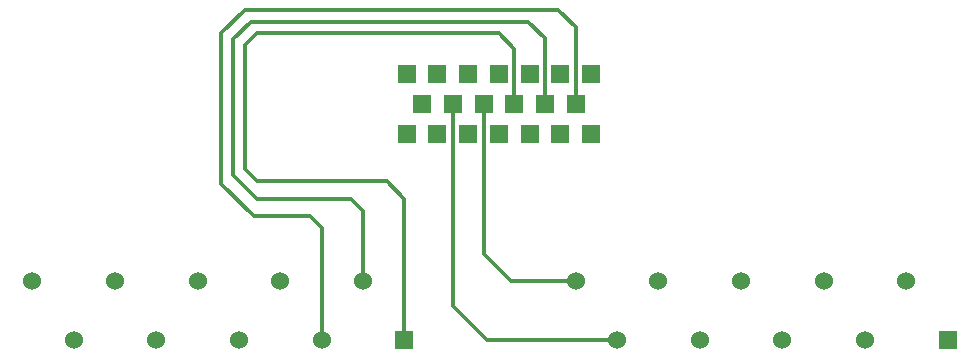
<source format=gbr>
%TF.GenerationSoftware,KiCad,Pcbnew,(6.0.4)*%
%TF.CreationDate,2022-05-07T21:31:00+10:00*%
%TF.ProjectId,mr-20-breakout,6d722d32-302d-4627-9265-616b6f75742e,rev?*%
%TF.SameCoordinates,Original*%
%TF.FileFunction,Copper,L2,Bot*%
%TF.FilePolarity,Positive*%
%FSLAX46Y46*%
G04 Gerber Fmt 4.6, Leading zero omitted, Abs format (unit mm)*
G04 Created by KiCad (PCBNEW (6.0.4)) date 2022-05-07 21:31:00*
%MOMM*%
%LPD*%
G01*
G04 APERTURE LIST*
%TA.AperFunction,ComponentPad*%
%ADD10R,1.524000X1.524000*%
%TD*%
%TA.AperFunction,ComponentPad*%
%ADD11C,1.524000*%
%TD*%
%TA.AperFunction,Conductor*%
%ADD12C,0.300000*%
%TD*%
G04 APERTURE END LIST*
D10*
%TO.P,CN1,1*%
%TO.N,Net-(CN1-Pad1)*%
X140200000Y-27460000D03*
%TO.P,CN1,2*%
%TO.N,Net-(CN1-Pad2)*%
X142800000Y-27460000D03*
%TO.P,CN1,3*%
%TO.N,Net-(CN1-Pad3)*%
X145400000Y-27460000D03*
%TO.P,CN1,4*%
%TO.N,Net-(CN1-Pad4)*%
X148000000Y-27460000D03*
%TO.P,CN1,5*%
%TO.N,Net-(CN1-Pad5)*%
X150600000Y-27460000D03*
%TO.P,CN1,6*%
%TO.N,Net-(CN1-Pad6)*%
X153200000Y-27460000D03*
%TO.P,CN1,7*%
%TO.N,Net-(CN1-Pad7)*%
X155800000Y-27460000D03*
%TO.P,CN1,8*%
%TO.N,Net-(CN1-Pad8)*%
X141500000Y-30000000D03*
%TO.P,CN1,9*%
%TO.N,Net-(CN1-Pad9)*%
X144100000Y-30000000D03*
%TO.P,CN1,10*%
%TO.N,Net-(CN1-Pad10)*%
X146700000Y-30000000D03*
%TO.P,CN1,11*%
%TO.N,Net-(CN1-Pad11)*%
X149300000Y-30000000D03*
%TO.P,CN1,12*%
%TO.N,Net-(CN1-Pad12)*%
X151900000Y-30000000D03*
%TO.P,CN1,13*%
%TO.N,Net-(CN1-Pad13)*%
X154500000Y-30000000D03*
%TO.P,CN1,14*%
%TO.N,Net-(CN1-Pad14)*%
X140200000Y-32540000D03*
%TO.P,CN1,15*%
%TO.N,Net-(CN1-Pad15)*%
X142800000Y-32540000D03*
%TO.P,CN1,16*%
%TO.N,Net-(CN1-Pad16)*%
X145400000Y-32540000D03*
%TO.P,CN1,17*%
%TO.N,Net-(CN1-Pad17)*%
X148000000Y-32540000D03*
%TO.P,CN1,18*%
%TO.N,Net-(CN1-Pad18)*%
X150600000Y-32540000D03*
%TO.P,CN1,19*%
%TO.N,Net-(CN1-Pad19)*%
X153200000Y-32540000D03*
%TO.P,CN1,20*%
%TO.N,Net-(CN1-Pad20)*%
X155800000Y-32540000D03*
%TD*%
D11*
%TO.P,J2,10,Pin_10*%
%TO.N,Net-(CN1-Pad20)*%
X108500000Y-45000000D03*
%TO.P,J2,9,Pin_9*%
%TO.N,Net-(CN1-Pad19)*%
X112000000Y-50000000D03*
%TO.P,J2,8,Pin_8*%
%TO.N,Net-(CN1-Pad18)*%
X115500000Y-45000000D03*
%TO.P,J2,7,Pin_7*%
%TO.N,Net-(CN1-Pad17)*%
X119000000Y-50000000D03*
%TO.P,J2,6,Pin_6*%
%TO.N,Net-(CN1-Pad16)*%
X122500000Y-45000000D03*
%TO.P,J2,5,Pin_5*%
%TO.N,Net-(CN1-Pad15)*%
X126000000Y-50000000D03*
%TO.P,J2,4,Pin_4*%
%TO.N,Net-(CN1-Pad14)*%
X129500000Y-45000000D03*
%TO.P,J2,3,Pin_3*%
%TO.N,Net-(CN1-Pad13)*%
X133000000Y-50000000D03*
%TO.P,J2,2,Pin_2*%
%TO.N,Net-(CN1-Pad12)*%
X136500000Y-45000000D03*
D10*
%TO.P,J2,1,Pin_1*%
%TO.N,Net-(CN1-Pad11)*%
X140000000Y-50000000D03*
%TD*%
%TO.P,J1,1,Pin_1*%
%TO.N,Net-(CN1-Pad1)*%
X186000000Y-50000000D03*
D11*
%TO.P,J1,2,Pin_2*%
%TO.N,Net-(CN1-Pad2)*%
X182500000Y-45000000D03*
%TO.P,J1,3,Pin_3*%
%TO.N,Net-(CN1-Pad3)*%
X179000000Y-50000000D03*
%TO.P,J1,4,Pin_4*%
%TO.N,Net-(CN1-Pad4)*%
X175500000Y-45000000D03*
%TO.P,J1,5,Pin_5*%
%TO.N,Net-(CN1-Pad5)*%
X172000000Y-50000000D03*
%TO.P,J1,6,Pin_6*%
%TO.N,Net-(CN1-Pad6)*%
X168500000Y-45000000D03*
%TO.P,J1,7,Pin_7*%
%TO.N,Net-(CN1-Pad7)*%
X165000000Y-50000000D03*
%TO.P,J1,8,Pin_8*%
%TO.N,Net-(CN1-Pad8)*%
X161500000Y-45000000D03*
%TO.P,J1,9,Pin_9*%
%TO.N,Net-(CN1-Pad9)*%
X158000000Y-50000000D03*
%TO.P,J1,10,Pin_10*%
%TO.N,Net-(CN1-Pad10)*%
X154500000Y-45000000D03*
%TD*%
D12*
%TO.N,Net-(CN1-Pad11)*%
X140000000Y-38000000D02*
X140000000Y-50000000D01*
X126500000Y-35500000D02*
X127500000Y-36500000D01*
X126500000Y-25000000D02*
X126500000Y-35500000D01*
X138500000Y-36500000D02*
X140000000Y-38000000D01*
X149300000Y-25300000D02*
X148000000Y-24000000D01*
X149300000Y-30000000D02*
X149300000Y-25300000D01*
X148000000Y-24000000D02*
X127500000Y-24000000D01*
X127500000Y-24000000D02*
X126500000Y-25000000D01*
X127500000Y-36500000D02*
X138500000Y-36500000D01*
%TO.N,Net-(CN1-Pad13)*%
X133000000Y-40500000D02*
X133000000Y-50000000D01*
X132000000Y-39500000D02*
X133000000Y-40500000D01*
X127250000Y-39500000D02*
X132000000Y-39500000D01*
X124500000Y-36750000D02*
X127250000Y-39500000D01*
X124500000Y-24000000D02*
X124500000Y-36750000D01*
X154500000Y-23500000D02*
X153000000Y-22000000D01*
X126500000Y-22000000D02*
X124500000Y-24000000D01*
X154500000Y-30000000D02*
X154500000Y-23500000D01*
X153000000Y-22000000D02*
X126500000Y-22000000D01*
%TO.N,Net-(CN1-Pad12)*%
X136500000Y-39000000D02*
X136500000Y-45000000D01*
X127500000Y-38000000D02*
X135500000Y-38000000D01*
X125500000Y-24500000D02*
X125500000Y-36000000D01*
X125500000Y-36000000D02*
X127500000Y-38000000D01*
X127000000Y-23000000D02*
X125500000Y-24500000D01*
X135500000Y-38000000D02*
X136500000Y-39000000D01*
X151900000Y-24400000D02*
X150500000Y-23000000D01*
X150500000Y-23000000D02*
X127000000Y-23000000D01*
X151900000Y-30000000D02*
X151900000Y-24400000D01*
%TO.N,Net-(CN1-Pad10)*%
X149000000Y-45000000D02*
X154500000Y-45000000D01*
X146700000Y-42700000D02*
X149000000Y-45000000D01*
X146700000Y-30000000D02*
X146700000Y-42700000D01*
%TO.N,Net-(CN1-Pad9)*%
X147000000Y-50000000D02*
X158000000Y-50000000D01*
X144100000Y-47100000D02*
X147000000Y-50000000D01*
X144100000Y-30000000D02*
X144100000Y-47100000D01*
%TD*%
M02*

</source>
